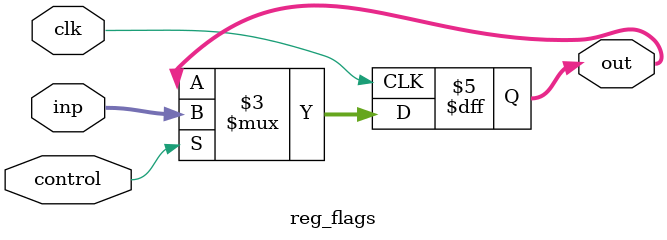
<source format=v>
module reg_flags (inp, control, clk, out);

	input [5:0] inp;
	input control, clk;
	output reg [5:0] out;
	
	always @(posedge clk) begin
		if (control) begin
			out = inp;
		end
	end

endmodule
</source>
